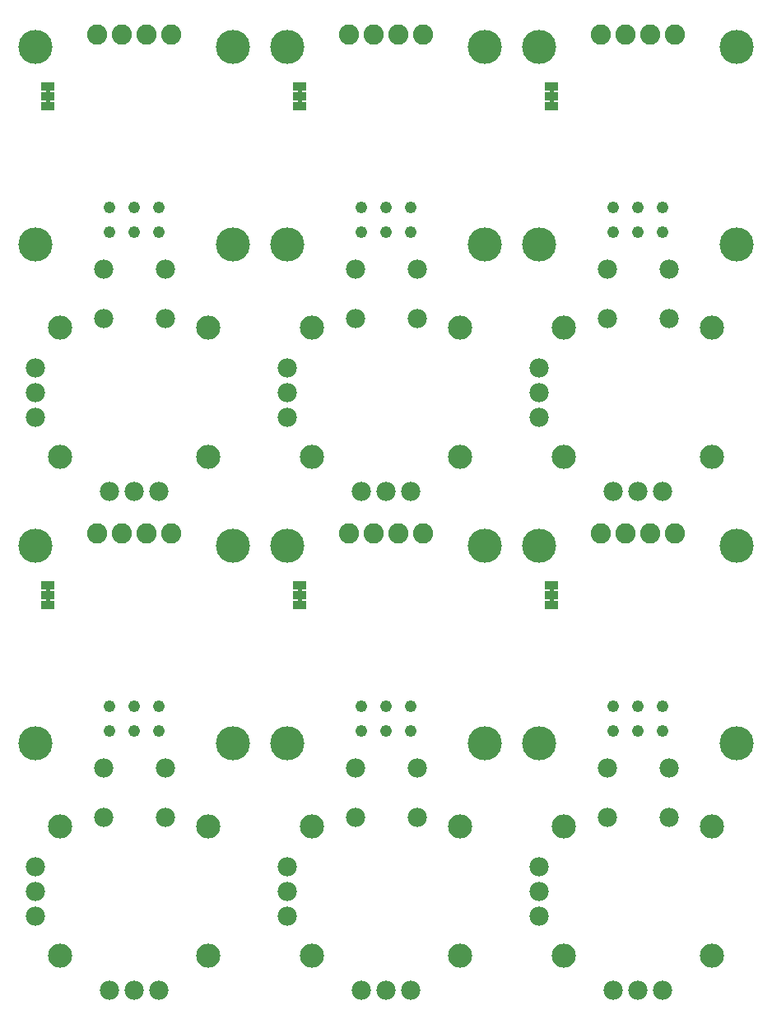
<source format=gbs>
G75*
%MOIN*%
%OFA0B0*%
%FSLAX25Y25*%
%IPPOS*%
%LPD*%
%AMOC8*
5,1,8,0,0,1.08239X$1,22.5*
%
%ADD10C,0.13800*%
%ADD11C,0.08200*%
%ADD12C,0.04808*%
%ADD13R,0.05800X0.03300*%
%ADD14C,0.00500*%
%ADD15C,0.09800*%
%ADD16C,0.07800*%
D10*
X0143333Y0238933D03*
X0143333Y0318933D03*
X0223333Y0318933D03*
X0245333Y0318933D03*
X0245333Y0238933D03*
X0223333Y0238933D03*
X0325333Y0238933D03*
X0347333Y0238933D03*
X0347333Y0318933D03*
X0325333Y0318933D03*
X0427333Y0318933D03*
X0427333Y0238933D03*
X0427333Y0440933D03*
X0427333Y0520933D03*
X0347333Y0520933D03*
X0325333Y0520933D03*
X0325333Y0440933D03*
X0347333Y0440933D03*
X0245333Y0440933D03*
X0223333Y0440933D03*
X0223333Y0520933D03*
X0245333Y0520933D03*
X0143333Y0520933D03*
X0143333Y0440933D03*
D11*
X0168333Y0525933D03*
X0178333Y0525933D03*
X0188333Y0525933D03*
X0198333Y0525933D03*
X0270333Y0525933D03*
X0280333Y0525933D03*
X0290333Y0525933D03*
X0300333Y0525933D03*
X0372333Y0525933D03*
X0382333Y0525933D03*
X0392333Y0525933D03*
X0402333Y0525933D03*
X0402333Y0323933D03*
X0392333Y0323933D03*
X0382333Y0323933D03*
X0372333Y0323933D03*
X0300333Y0323933D03*
X0290333Y0323933D03*
X0280333Y0323933D03*
X0270333Y0323933D03*
X0198333Y0323933D03*
X0188333Y0323933D03*
X0178333Y0323933D03*
X0168333Y0323933D03*
D12*
X0173333Y0253933D03*
X0173333Y0243933D03*
X0183333Y0243933D03*
X0183333Y0253933D03*
X0193333Y0253933D03*
X0193333Y0243933D03*
X0275333Y0243933D03*
X0275333Y0253933D03*
X0285333Y0253933D03*
X0285333Y0243933D03*
X0295333Y0243933D03*
X0295333Y0253933D03*
X0377333Y0253933D03*
X0377333Y0243933D03*
X0387333Y0243933D03*
X0387333Y0253933D03*
X0397333Y0253933D03*
X0397333Y0243933D03*
X0397333Y0445933D03*
X0387333Y0445933D03*
X0377333Y0445933D03*
X0377333Y0455933D03*
X0387333Y0455933D03*
X0397333Y0455933D03*
X0295333Y0455933D03*
X0285333Y0455933D03*
X0275333Y0455933D03*
X0275333Y0445933D03*
X0285333Y0445933D03*
X0295333Y0445933D03*
X0193333Y0445933D03*
X0183333Y0445933D03*
X0173333Y0445933D03*
X0173333Y0455933D03*
X0183333Y0455933D03*
X0193333Y0455933D03*
D13*
X0148333Y0496933D03*
X0148333Y0500933D03*
X0148333Y0504933D03*
X0250333Y0504933D03*
X0250333Y0500933D03*
X0250333Y0496933D03*
X0352333Y0496933D03*
X0352333Y0500933D03*
X0352333Y0504933D03*
X0352333Y0302933D03*
X0352333Y0298933D03*
X0352333Y0294933D03*
X0250333Y0294933D03*
X0250333Y0298933D03*
X0250333Y0302933D03*
X0148333Y0302933D03*
X0148333Y0298933D03*
X0148333Y0294933D03*
D14*
X0147833Y0296183D02*
X0148833Y0296183D01*
X0148833Y0301683D01*
X0147833Y0301683D01*
X0147833Y0296183D01*
X0147833Y0296433D02*
X0148833Y0296433D01*
X0148833Y0296931D02*
X0147833Y0296931D01*
X0147833Y0297430D02*
X0148833Y0297430D01*
X0148833Y0297928D02*
X0147833Y0297928D01*
X0147833Y0298427D02*
X0148833Y0298427D01*
X0148833Y0298925D02*
X0147833Y0298925D01*
X0147833Y0299424D02*
X0148833Y0299424D01*
X0148833Y0299922D02*
X0147833Y0299922D01*
X0147833Y0300421D02*
X0148833Y0300421D01*
X0148833Y0300919D02*
X0147833Y0300919D01*
X0147833Y0301418D02*
X0148833Y0301418D01*
X0249833Y0301418D02*
X0250833Y0301418D01*
X0250833Y0301683D02*
X0249833Y0301683D01*
X0249833Y0296183D01*
X0250833Y0296183D01*
X0250833Y0301683D01*
X0250833Y0300919D02*
X0249833Y0300919D01*
X0249833Y0300421D02*
X0250833Y0300421D01*
X0250833Y0299922D02*
X0249833Y0299922D01*
X0249833Y0299424D02*
X0250833Y0299424D01*
X0250833Y0298925D02*
X0249833Y0298925D01*
X0249833Y0298427D02*
X0250833Y0298427D01*
X0250833Y0297928D02*
X0249833Y0297928D01*
X0249833Y0297430D02*
X0250833Y0297430D01*
X0250833Y0296931D02*
X0249833Y0296931D01*
X0249833Y0296433D02*
X0250833Y0296433D01*
X0351833Y0296433D02*
X0352833Y0296433D01*
X0352833Y0296183D02*
X0352833Y0301683D01*
X0351833Y0301683D01*
X0351833Y0296183D01*
X0352833Y0296183D01*
X0352833Y0296931D02*
X0351833Y0296931D01*
X0351833Y0297430D02*
X0352833Y0297430D01*
X0352833Y0297928D02*
X0351833Y0297928D01*
X0351833Y0298427D02*
X0352833Y0298427D01*
X0352833Y0298925D02*
X0351833Y0298925D01*
X0351833Y0299424D02*
X0352833Y0299424D01*
X0352833Y0299922D02*
X0351833Y0299922D01*
X0351833Y0300421D02*
X0352833Y0300421D01*
X0352833Y0300919D02*
X0351833Y0300919D01*
X0351833Y0301418D02*
X0352833Y0301418D01*
X0352833Y0498183D02*
X0352833Y0503683D01*
X0351833Y0503683D01*
X0351833Y0498183D01*
X0352833Y0498183D01*
X0352833Y0498330D02*
X0351833Y0498330D01*
X0351833Y0498828D02*
X0352833Y0498828D01*
X0352833Y0499327D02*
X0351833Y0499327D01*
X0351833Y0499825D02*
X0352833Y0499825D01*
X0352833Y0500324D02*
X0351833Y0500324D01*
X0351833Y0500823D02*
X0352833Y0500823D01*
X0352833Y0501321D02*
X0351833Y0501321D01*
X0351833Y0501820D02*
X0352833Y0501820D01*
X0352833Y0502318D02*
X0351833Y0502318D01*
X0351833Y0502817D02*
X0352833Y0502817D01*
X0352833Y0503315D02*
X0351833Y0503315D01*
X0250833Y0503315D02*
X0249833Y0503315D01*
X0249833Y0503683D02*
X0249833Y0498183D01*
X0250833Y0498183D01*
X0250833Y0503683D01*
X0249833Y0503683D01*
X0249833Y0502817D02*
X0250833Y0502817D01*
X0250833Y0502318D02*
X0249833Y0502318D01*
X0249833Y0501820D02*
X0250833Y0501820D01*
X0250833Y0501321D02*
X0249833Y0501321D01*
X0249833Y0500823D02*
X0250833Y0500823D01*
X0250833Y0500324D02*
X0249833Y0500324D01*
X0249833Y0499825D02*
X0250833Y0499825D01*
X0250833Y0499327D02*
X0249833Y0499327D01*
X0249833Y0498828D02*
X0250833Y0498828D01*
X0250833Y0498330D02*
X0249833Y0498330D01*
X0148833Y0498330D02*
X0147833Y0498330D01*
X0147833Y0498183D02*
X0148833Y0498183D01*
X0148833Y0503683D01*
X0147833Y0503683D01*
X0147833Y0498183D01*
X0147833Y0498828D02*
X0148833Y0498828D01*
X0148833Y0499327D02*
X0147833Y0499327D01*
X0147833Y0499825D02*
X0148833Y0499825D01*
X0148833Y0500324D02*
X0147833Y0500324D01*
X0147833Y0500823D02*
X0148833Y0500823D01*
X0148833Y0501321D02*
X0147833Y0501321D01*
X0147833Y0501820D02*
X0148833Y0501820D01*
X0148833Y0502318D02*
X0147833Y0502318D01*
X0147833Y0502817D02*
X0148833Y0502817D01*
X0148833Y0503315D02*
X0147833Y0503315D01*
D15*
X0153333Y0152683D03*
X0153333Y0205183D03*
X0213333Y0205183D03*
X0255333Y0205183D03*
X0255333Y0152683D03*
X0213333Y0152683D03*
X0315333Y0152683D03*
X0357333Y0152683D03*
X0357333Y0205183D03*
X0315333Y0205183D03*
X0417333Y0205183D03*
X0417333Y0152683D03*
X0417333Y0354683D03*
X0417333Y0407183D03*
X0357333Y0407183D03*
X0315333Y0407183D03*
X0315333Y0354683D03*
X0357333Y0354683D03*
X0255333Y0354683D03*
X0213333Y0354683D03*
X0213333Y0407183D03*
X0255333Y0407183D03*
X0153333Y0407183D03*
X0153333Y0354683D03*
D16*
X0143333Y0370933D03*
X0143333Y0380933D03*
X0143333Y0390933D03*
X0170833Y0410933D03*
X0170833Y0430933D03*
X0195833Y0430933D03*
X0195833Y0410933D03*
X0245333Y0390933D03*
X0245333Y0380933D03*
X0245333Y0370933D03*
X0275333Y0340933D03*
X0285333Y0340933D03*
X0295333Y0340933D03*
X0347333Y0370933D03*
X0347333Y0380933D03*
X0347333Y0390933D03*
X0374833Y0410933D03*
X0374833Y0430933D03*
X0399833Y0430933D03*
X0399833Y0410933D03*
X0397333Y0340933D03*
X0387333Y0340933D03*
X0377333Y0340933D03*
X0297833Y0410933D03*
X0297833Y0430933D03*
X0272833Y0430933D03*
X0272833Y0410933D03*
X0193333Y0340933D03*
X0183333Y0340933D03*
X0173333Y0340933D03*
X0170833Y0228933D03*
X0170833Y0208933D03*
X0195833Y0208933D03*
X0195833Y0228933D03*
X0245333Y0188933D03*
X0245333Y0178933D03*
X0245333Y0168933D03*
X0275333Y0138933D03*
X0285333Y0138933D03*
X0295333Y0138933D03*
X0347333Y0168933D03*
X0347333Y0178933D03*
X0347333Y0188933D03*
X0374833Y0208933D03*
X0374833Y0228933D03*
X0399833Y0228933D03*
X0399833Y0208933D03*
X0397333Y0138933D03*
X0387333Y0138933D03*
X0377333Y0138933D03*
X0297833Y0208933D03*
X0297833Y0228933D03*
X0272833Y0228933D03*
X0272833Y0208933D03*
X0193333Y0138933D03*
X0183333Y0138933D03*
X0173333Y0138933D03*
X0143333Y0168933D03*
X0143333Y0178933D03*
X0143333Y0188933D03*
M02*

</source>
